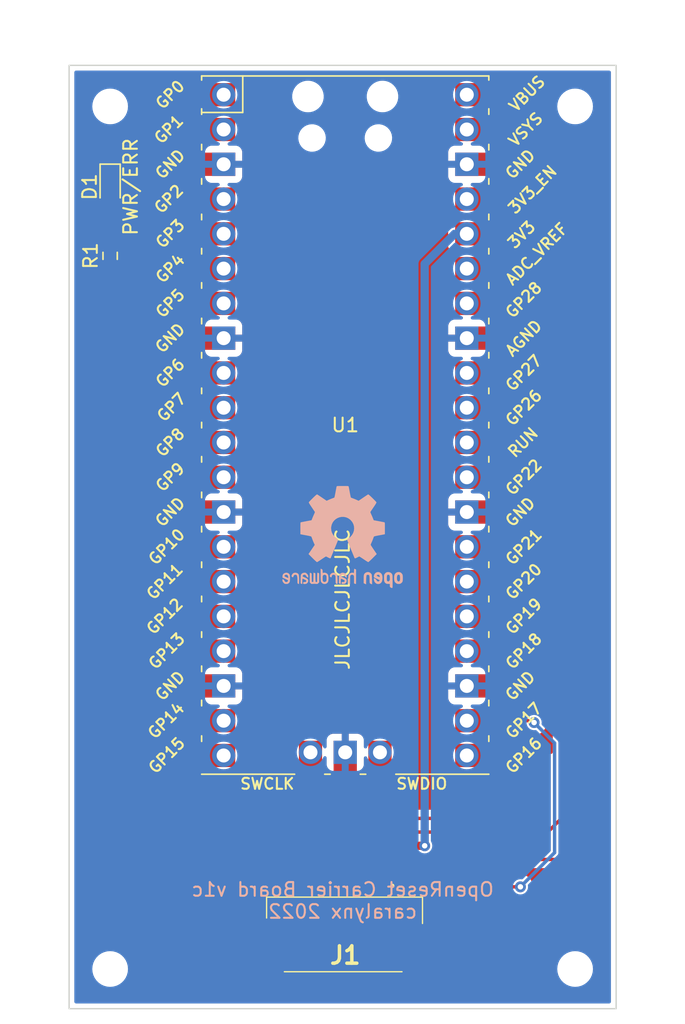
<source format=kicad_pcb>
(kicad_pcb (version 20211014) (generator pcbnew)
  (title_block (title "OpenReset Carrier Board") (date "2022-03-20") (rev "v1b") (company "cyanic"))
  (layers (0 "F.Cu" signal) (31 "B.Cu" signal) (34 "B.Paste" user) (35 "F.Paste" user) (36 "B.SilkS" user "B.Silkscreen") (37 "F.SilkS" user "F.Silkscreen") (38 "B.Mask" user) (39 "F.Mask" user) (44 "Edge.Cuts" user))
  (net 0 "")
  (net 1 "Net-(U1-Pad6)")
  (net 2 "GND")
  (net 4 "Net-(J1-PadP2)")
  (net 5 "Net-(J1-PadP3)")
  (net 6 "VDD")
  (net 7 "Net-(J1-PadP5)")
  (net 8 "Net-(J1-PadP7)")
  (net 37 "Net-(J1-PadG4)")
  (net 38 "Net-(R1-Pad2)")
  (footprint "MountingHole:MountingHole_2.1mm" (layer "F.Cu") (at 164 125)
    (fp_text reference "REF**" hide)
    (fp_text value "MountingHole_2.1mm")
    (pad "" np_thru_hole circle (at 0 0) (size 2.1 2.1) (drill 2.1) (layers *.Cu *.Mask))
  )
  (footprint "MountingHole:MountingHole_2.1mm" (layer "F.Cu") (at 130 125)
    (fp_text reference "REF**" hide)
    (fp_text value "MountingHole_2.1mm")
    (pad "" np_thru_hole circle (at 0 0) (size 2.1 2.1) (drill 2.1) (layers *.Cu *.Mask))
  )
  (footprint "Library:RPi_Pico_SMD_TH" (layer "F.Cu") (at 147.19 85.275)
    (fp_text reference "U1" (at 0 0) (layer "F.SilkS"))
    (fp_text value "Pico")
    (fp_text user "GP1" (at -12.9 -21.6 45) (layer "F.SilkS") (effects (font (size 0.8 0.8))))
    (fp_text user "SWDIO" (at 5.6 26.2) (layer "F.SilkS") (effects (font (size 0.8 0.8))))
    (fp_text user "AGND" (at 13.054 -6.35 45) (layer "F.SilkS") (effects (font (size 0.8 0.8))))
    (fp_text user "GP12" (at -13.2 13.97 45) (layer "F.SilkS") (effects (font (size 0.8 0.8))))
    (fp_text user "GP20" (at 13.054 11.43 45) (layer "F.SilkS") (effects (font (size 0.8 0.8))))
    (fp_text user "VSYS" (at 13.2 -21.59 45) (layer "F.SilkS") (effects (font (size 0.8 0.8))))
    (fp_text user "3V3" (at 12.9 -13.9 45) (layer "F.SilkS") (effects (font (size 0.8 0.8))))
    (fp_text user "GP16" (at 13.054 24.13 45) (layer "F.SilkS") (effects (font (size 0.8 0.8))))
    (fp_text user "GP6" (at -12.8 -3.81 45) (layer "F.SilkS") (effects (font (size 0.8 0.8))))
    (fp_text user "GP8" (at -12.8 1.27 45) (layer "F.SilkS") (effects (font (size 0.8 0.8))))
    (fp_text user "RUN" (at 13 1.27 45) (layer "F.SilkS") (effects (font (size 0.8 0.8))))
    (fp_text user "GP27" (at 13.054 -3.8 45) (layer "F.SilkS") (effects (font (size 0.8 0.8))))
    (fp_text user "GP19" (at 13.054 13.97 45) (layer "F.SilkS") (effects (font (size 0.8 0.8))))
    (fp_text user "GP7" (at -12.7 -1.3 45) (layer "F.SilkS") (effects (font (size 0.8 0.8))))
    (fp_text user "GP18" (at 13.054 16.51 45) (layer "F.SilkS") (effects (font (size 0.8 0.8))))
    (fp_text user "VBUS" (at 13.3 -24.2 45) (layer "F.SilkS") (effects (font (size 0.8 0.8))))
    (fp_text user "GP2" (at -12.9 -16.51 45) (layer "F.SilkS") (effects (font (size 0.8 0.8))))
    (fp_text user "GP15" (at -13.054 24.13 45) (layer "F.SilkS") (effects (font (size 0.8 0.8))))
    (fp_text user "GP26" (at 13.054 -1.27 45) (layer "F.SilkS") (effects (font (size 0.8 0.8))))
    (fp_text user "3V3_EN" (at 13.7 -17.2 45) (layer "F.SilkS") (effects (font (size 0.8 0.8))))
    (fp_text user "ADC_VREF" (at 14 -12.5 45) (layer "F.SilkS") (effects (font (size 0.8 0.8))))
    (fp_text user "GND" (at 12.8 -19.05 45) (layer "F.SilkS") (effects (font (size 0.8 0.8))))
    (fp_text user "GP9" (at -12.8 3.81 45) (layer "F.SilkS") (effects (font (size 0.8 0.8))))
    (fp_text user "GND" (at -12.8 6.35 45) (layer "F.SilkS") (effects (font (size 0.8 0.8))))
    (fp_text user "GP13" (at -13.054 16.51 45) (layer "F.SilkS") (effects (font (size 0.8 0.8))))
    (fp_text user "GP11" (at -13.2 11.43 45) (layer "F.SilkS") (effects (font (size 0.8 0.8))))
    (fp_text user "GP5" (at -12.8 -8.89 45) (layer "F.SilkS") (effects (font (size 0.8 0.8))))
    (fp_text user "GP0" (at -12.8 -24.13 45) (layer "F.SilkS") (effects (font (size 0.8 0.8))))
    (fp_text user "GP10" (at -13.054 8.89 45) (layer "F.SilkS") (effects (font (size 0.8 0.8))))
    (fp_text user "GP28" (at 13.054 -9.144 45) (layer "F.SilkS") (effects (font (size 0.8 0.8))))
    (fp_text user "GND" (at -12.8 19.05 45) (layer "F.SilkS") (effects (font (size 0.8 0.8))))
    (fp_text user "GP4" (at -12.8 -11.43 45) (layer "F.SilkS") (effects (font (size 0.8 0.8))))
    (fp_text user "GP3" (at -12.8 -13.97 45) (layer "F.SilkS") (effects (font (size 0.8 0.8))))
    (fp_text user "GP14" (at -13.1 21.59 45) (layer "F.SilkS") (effects (font (size 0.8 0.8))))
    (fp_text user "GND" (at 12.8 6.35 45) (layer "F.SilkS") (effects (font (size 0.8 0.8))))
    (fp_text user "GND" (at -12.8 -19.05 45) (layer "F.SilkS") (effects (font (size 0.8 0.8))))
    (fp_text user "GP21" (at 13.054 8.9 45) (layer "F.SilkS") (effects (font (size 0.8 0.8))))
    (fp_text user "GND" (at 12.8 19.05 45) (layer "F.SilkS") (effects (font (size 0.8 0.8))))
    (fp_text user "GP22" (at 13.054 3.81 45) (layer "F.SilkS") (effects (font (size 0.8 0.8))))
    (fp_text user "GND" (at -12.8 -6.35 45) (layer "F.SilkS") (effects (font (size 0.8 0.8))))
    (fp_text user "SWCLK" (at -5.7 26.2) (layer "F.SilkS") (effects (font (size 0.8 0.8))))
    (fp_text user "GP17" (at 13.054 21.59 45) (layer "F.SilkS") (effects (font (size 0.8 0.8))))
    (pad "" np_thru_hole oval (at -2.725 -24) (size 1.8 1.8) (drill 1.8) (layers *.Cu *.Mask))
    (pad "" np_thru_hole oval (at 2.425 -20.97) (size 1.5 1.5) (drill 1.5) (layers *.Cu *.Mask))
    (pad "" np_thru_hole oval (at 2.725 -24) (size 1.8 1.8) (drill 1.8) (layers *.Cu *.Mask))
    (pad "" np_thru_hole oval (at -2.425 -20.97) (size 1.5 1.5) (drill 1.5) (layers *.Cu *.Mask))
    (pad "1" thru_hole oval (at -8.89 -24.13) (size 1.7 1.7) (drill 1.02) (layers *.Cu *.Mask))
    (pad "1" smd rect (at -8.89 -24.13) (size 3.5 1.7) (drill (offset -0.9 0)) (layers "F.Cu" "F.Mask"))
    (pad "2" thru_hole oval (at -8.89 -21.59) (size 1.7 1.7) (drill 1.02) (layers *.Cu *.Mask))
    (pad "2" smd rect (at -8.89 -21.59) (size 3.5 1.7) (drill (offset -0.9 0)) (layers "F.Cu" "F.Mask"))
    (pad "3" smd rect (at -8.89 -19.05) (size 3.5 1.7) (drill (offset -0.9 0)) (layers "F.Cu" "F.Mask") (net 2 "GND"))
    (pad "3" thru_hole rect (at -8.89 -19.05) (size 1.7 1.7) (drill 1.02) (layers *.Cu *.Mask) (net 2 "GND"))
    (pad "4" smd rect (at -8.89 -16.51) (size 3.5 1.7) (drill (offset -0.9 0)) (layers "F.Cu" "F.Mask"))
    (pad "4" thru_hole oval (at -8.89 -16.51) (size 1.7 1.7) (drill 1.02) (layers *.Cu *.Mask))
    (pad "5" smd rect (at -8.89 -13.97) (size 3.5 1.7) (drill (offset -0.9 0)) (layers "F.Cu" "F.Mask"))
    (pad "5" thru_hole oval (at -8.89 -13.97) (size 1.7 1.7) (drill 1.02) (layers *.Cu *.Mask))
    (pad "6" thru_hole oval (at -8.89 -11.43) (size 1.7 1.7) (drill 1.02) (layers *.Cu *.Mask) (net 1 "Net-(U1-Pad6)"))
    (pad "6" smd rect (at -8.89 -11.43) (size 3.5 1.7) (drill (offset -0.9 0)) (layers "F.Cu" "F.Mask") (net 1 "Net-(U1-Pad6)"))
    (pad "7" smd rect (at -8.89 -8.89) (size 3.5 1.7) (drill (offset -0.9 0)) (layers "F.Cu" "F.Mask"))
    (pad "7" thru_hole oval (at -8.89 -8.89) (size 1.7 1.7) (drill 1.02) (layers *.Cu *.Mask))
    (pad "8" thru_hole rect (at -8.89 -6.35) (size 1.7 1.7) (drill 1.02) (layers *.Cu *.Mask) (net 2 "GND"))
    (pad "8" smd rect (at -8.89 -6.35) (size 3.5 1.7) (drill (offset -0.9 0)) (layers "F.Cu" "F.Mask") (net 2 "GND"))
    (pad "9" smd rect (at -8.89 -3.81) (size 3.5 1.7) (drill (offset -0.9 0)) (layers "F.Cu" "F.Mask"))
    (pad "9" thru_hole oval (at -8.89 -3.81) (size 1.7 1.7) (drill 1.02) (layers *.Cu *.Mask))
    (pad "10" thru_hole oval (at -8.89 -1.27) (size 1.7 1.7) (drill 1.02) (layers *.Cu *.Mask))
    (pad "10" smd rect (at -8.89 -1.27) (size 3.5 1.7) (drill (offset -0.9 0)) (layers "F.Cu" "F.Mask"))
    (pad "11" thru_hole oval (at -8.89 1.27) (size 1.7 1.7) (drill 1.02) (layers *.Cu *.Mask))
    (pad "11" smd rect (at -8.89 1.27) (size 3.5 1.7) (drill (offset -0.9 0)) (layers "F.Cu" "F.Mask"))
    (pad "12" thru_hole oval (at -8.89 3.81) (size 1.7 1.7) (drill 1.02) (layers *.Cu *.Mask))
    (pad "12" smd rect (at -8.89 3.81) (size 3.5 1.7) (drill (offset -0.9 0)) (layers "F.Cu" "F.Mask"))
    (pad "13" thru_hole rect (at -8.89 6.35) (size 1.7 1.7) (drill 1.02) (layers *.Cu *.Mask) (net 2 "GND"))
    (pad "13" smd rect (at -8.89 6.35) (size 3.5 1.7) (drill (offset -0.9 0)) (layers "F.Cu" "F.Mask") (net 2 "GND"))
    (pad "14" smd rect (at -8.89 8.89) (size 3.5 1.7) (drill (offset -0.9 0)) (layers "F.Cu" "F.Mask"))
    (pad "14" thru_hole oval (at -8.89 8.89) (size 1.7 1.7) (drill 1.02) (layers *.Cu *.Mask))
    (pad "15" smd rect (at -8.89 11.43) (size 3.5 1.7) (drill (offset -0.9 0)) (layers "F.Cu" "F.Mask"))
    (pad "15" thru_hole oval (at -8.89 11.43) (size 1.7 1.7) (drill 1.02) (layers *.Cu *.Mask))
    (pad "16" smd rect (at -8.89 13.97) (size 3.5 1.7) (drill (offset -0.9 0)) (layers "F.Cu" "F.Mask"))
    (pad "16" thru_hole oval (at -8.89 13.97) (size 1.7 1.7) (drill 1.02) (layers *.Cu *.Mask))
    (pad "17" smd rect (at -8.89 16.51) (size 3.5 1.7) (drill (offset -0.9 0)) (layers "F.Cu" "F.Mask"))
    (pad "17" thru_hole oval (at -8.89 16.51) (size 1.7 1.7) (drill 1.02) (layers *.Cu *.Mask))
    (pad "18" smd rect (at -8.89 19.05) (size 3.5 1.7) (drill (offset -0.9 0)) (layers "F.Cu" "F.Mask") (net 2 "GND"))
    (pad "18" thru_hole rect (at -8.89 19.05) (size 1.7 1.7) (drill 1.02) (layers *.Cu *.Mask) (net 2 "GND"))
    (pad "19" thru_hole oval (at -8.89 21.59) (size 1.7 1.7) (drill 1.02) (layers *.Cu *.Mask))
    (pad "19" smd rect (at -8.89 21.59) (size 3.5 1.7) (drill (offset -0.9 0)) (layers "F.Cu" "F.Mask"))
    (pad "20" smd rect (at -8.89 24.13) (size 3.5 1.7) (drill (offset -0.9 0)) (layers "F.Cu" "F.Mask"))
    (pad "20" thru_hole oval (at -8.89 24.13) (size 1.7 1.7) (drill 1.02) (layers *.Cu *.Mask))
    (pad "21" smd rect (at 8.89 24.13) (size 3.5 1.7) (drill (offset 0.9 0)) (layers "F.Cu" "F.Mask") (net 8 "Net-(J1-PadP7)"))
    (pad "21" thru_hole oval (at 8.89 24.13) (size 1.7 1.7) (drill 1.02) (layers *.Cu *.Mask) (net 8 "Net-(J1-PadP7)"))
    (pad "22" thru_hole oval (at 8.89 21.59) (size 1.7 1.7) (drill 1.02) (layers *.Cu *.Mask) (net 4 "Net-(J1-PadP2)"))
    (pad "22" smd rect (at 8.89 21.59) (size 3.5 1.7) (drill (offset 0.9 0)) (layers "F.Cu" "F.Mask") (net 4 "Net-(J1-PadP2)"))
    (pad "23" smd rect (at 8.89 19.05) (size 3.5 1.7) (drill (offset 0.9 0)) (layers "F.Cu" "F.Mask") (net 2 "GND"))
    (pad "23" thru_hole rect (at 8.89 19.05) (size 1.7 1.7) (drill 1.02) (layers *.Cu *.Mask) (net 2 "GND"))
    (pad "24" smd rect (at 8.89 16.51) (size 3.5 1.7) (drill (offset 0.9 0)) (layers "F.Cu" "F.Mask") (net 7 "Net-(J1-PadP5)"))
    (pad "24" thru_hole oval (at 8.89 16.51) (size 1.7 1.7) (drill 1.02) (layers *.Cu *.Mask) (net 7 "Net-(J1-PadP5)"))
    (pad "25" smd rect (at 8.89 13.97) (size 3.5 1.7) (drill (offset 0.9 0)) (layers "F.Cu" "F.Mask") (net 5 "Net-(J1-PadP3)"))
    (pad "25" thru_hole oval (at 8.89 13.97) (size 1.7 1.7) (drill 1.02) (layers *.Cu *.Mask) (net 5 "Net-(J1-PadP3)"))
    (pad "26" smd rect (at 8.89 11.43) (size 3.5 1.7) (drill (offset 0.9 0)) (layers "F.Cu" "F.Mask") (net 37 "Net-(J1-PadG4)"))
    (pad "26" thru_hole oval (at 8.89 11.43) (size 1.7 1.7) (drill 1.02) (layers *.Cu *.Mask) (net 37 "Net-(J1-PadG4)"))
    (pad "27" thru_hole oval (at 8.89 8.89) (size 1.7 1.7) (drill 1.02) (layers *.Cu *.Mask))
    (pad "27" smd rect (at 8.89 8.89) (size 3.5 1.7) (drill (offset 0.9 0)) (layers "F.Cu" "F.Mask"))
    (pad "28" thru_hole rect (at 8.89 6.35) (size 1.7 1.7) (drill 1.02) (layers *.Cu *.Mask) (net 2 "GND"))
    (pad "28" smd rect (at 8.89 6.35) (size 3.5 1.7) (drill (offset 0.9 0)) (layers "F.Cu" "F.Mask") (net 2 "GND"))
    (pad "29" smd rect (at 8.89 3.81) (size 3.5 1.7) (drill (offset 0.9 0)) (layers "F.Cu" "F.Mask"))
    (pad "29" thru_hole oval (at 8.89 3.81) (size 1.7 1.7) (drill 1.02) (layers *.Cu *.Mask))
    (pad "30" smd rect (at 8.89 1.27) (size 3.5 1.7) (drill (offset 0.9 0)) (layers "F.Cu" "F.Mask"))
    (pad "30" thru_hole oval (at 8.89 1.27) (size 1.7 1.7) (drill 1.02) (layers *.Cu *.Mask))
    (pad "31" smd rect (at 8.89 -1.27) (size 3.5 1.7) (drill (offset 0.9 0)) (layers "F.Cu" "F.Mask"))
    (pad "31" thru_hole oval (at 8.89 -1.27) (size 1.7 1.7) (drill 1.02) (layers *.Cu *.Mask))
    (pad "32" thru_hole oval (at 8.89 -3.81) (size 1.7 1.7) (drill 1.02) (layers *.Cu *.Mask))
    (pad "32" smd rect (at 8.89 -3.81) (size 3.5 1.7) (drill (offset 0.9 0)) (layers "F.Cu" "F.Mask"))
    (pad "33" smd rect (at 8.89 -6.35) (size 3.5 1.7) (drill (offset 0.9 0)) (layers "F.Cu" "F.Mask") (net 2 "GND"))
    (pad "33" thru_hole rect (at 8.89 -6.35) (size 1.7 1.7) (drill 1.02) (layers *.Cu *.Mask) (net 2 "GND"))
    (pad "34" smd rect (at 8.89 -8.89) (size 3.5 1.7) (drill (offset 0.9 0)) (layers "F.Cu" "F.Mask"))
    (pad "34" thru_hole oval (at 8.89 -8.89) (size 1.7 1.7) (drill 1.02) (layers *.Cu *.Mask))
    (pad "35" smd rect (at 8.89 -11.43) (size 3.5 1.7) (drill (offset 0.9 0)) (layers "F.Cu" "F.Mask"))
    (pad "35" thru_hole oval (at 8.89 -11.43) (size 1.7 1.7) (drill 1.02) (layers *.Cu *.Mask))
    (pad "36" smd rect (at 8.89 -13.97) (size 3.5 1.7) (drill (offset 0.9 0)) (layers "F.Cu" "F.Mask") (net 6 "VDD"))
    (pad "36" thru_hole oval (at 8.89 -13.97) (size 1.7 1.7) (drill 1.02) (layers *.Cu *.Mask) (net 6 "VDD"))
    (pad "37" thru_hole oval (at 8.89 -16.51) (size 1.7 1.7) (drill 1.02) (layers *.Cu *.Mask))
    (pad "37" smd rect (at 8.89 -16.51) (size 3.5 1.7) (drill (offset 0.9 0)) (layers "F.Cu" "F.Mask"))
    (pad "38" smd rect (at 8.89 -19.05) (size 3.5 1.7) (drill (offset 0.9 0)) (layers "F.Cu" "F.Mask") (net 2 "GND"))
    (pad "38" thru_hole rect (at 8.89 -19.05) (size 1.7 1.7) (drill 1.02) (layers *.Cu *.Mask) (net 2 "GND"))
    (pad "39" thru_hole oval (at 8.89 -21.59) (size 1.7 1.7) (drill 1.02) (layers *.Cu *.Mask))
    (pad "39" smd rect (at 8.89 -21.59) (size 3.5 1.7) (drill (offset 0.9 0)) (layers "F.Cu" "F.Mask"))
    (pad "40" thru_hole oval (at 8.89 -24.13) (size 1.7 1.7) (drill 1.02) (layers *.Cu *.Mask))
    (pad "40" smd rect (at 8.89 -24.13) (size 3.5 1.7) (drill (offset 0.9 0)) (layers "F.Cu" "F.Mask"))
    (pad "41" thru_hole oval (at -2.54 23.9) (size 1.7 1.7) (drill 1.02) (layers *.Cu *.Mask))
    (pad "41" smd rect (at -2.54 23.9 90) (size 3.5 1.7) (drill (offset -0.9 0)) (layers "F.Cu" "F.Mask"))
    (pad "42" thru_hole rect (at 0 23.9) (size 1.7 1.7) (drill 1.02) (layers *.Cu *.Mask) (net 2 "GND"))
    (pad "42" smd rect (at 0 23.9 90) (size 3.5 1.7) (drill (offset -0.9 0)) (layers "F.Cu" "F.Mask") (net 2 "GND"))
    (pad "43" smd rect (at 2.54 23.9 90) (size 3.5 1.7) (drill (offset -0.9 0)) (layers "F.Cu" "F.Mask"))
    (pad "43" thru_hole oval (at 2.54 23.9) (size 1.7 1.7) (drill 1.02) (layers *.Cu *.Mask))
  )
  (footprint "MountingHole:MountingHole_2.1mm" (layer "F.Cu") (at 164 62)
    (fp_text reference "REF**" hide)
    (fp_text value "MountingHole_2.1mm")
    (pad "" np_thru_hole circle (at 0 0) (size 2.1 2.1) (drill 2.1) (layers *.Cu *.Mask))
  )
  (footprint "MountingHole:MountingHole_2.1mm" (layer "F.Cu") (at 130 62)
    (fp_text reference "REF**" hide)
    (fp_text value "MountingHole_2.1mm")
    (pad "" np_thru_hole circle (at 0 0) (size 2.1 2.1) (drill 2.1) (layers *.Cu *.Mask))
  )
  (footprint "Library:R_0603_1608Metric_Pad0.98x0.95mm_HandSolder" (layer "F.Cu") (at 130 72.9125 90)
    (fp_text reference "R1" (at 0 -1.43 90) (layer "F.SilkS"))
    (fp_text value "330R")
    (pad "1" smd roundrect (at -0.9125 0 90) (size 0.975 0.95) (layers "F.Cu" "F.Paste" "F.Mask") (net 1 "Net-(U1-Pad6)"))
    (pad "2" smd roundrect (at 0.9125 0 90) (size 0.975 0.95) (layers "F.Cu" "F.Paste" "F.Mask") (net 38 "Net-(R1-Pad2)"))
  )
  (footprint "Library:LED_0603_1608Metric_Pad1.05x0.95mm_HandSolder" (layer "F.Cu") (at 130 67.875 -90)
    (fp_text reference "D1" (at 0 1.5 90) (layer "F.SilkS"))
    (fp_text value "RED")
    (fp_text user "PWR/ERR" (at 0 -1.5 90 unlocked) (layer "F.SilkS"))
    (pad "1" smd roundrect (at -0.875 0 270) (size 1.05 0.95) (layers "F.Cu" "F.Paste" "F.Mask") (net 2 "GND"))
    (pad "2" smd roundrect (at 0.875 0 270) (size 1.05 0.95) (layers "F.Cu" "F.Paste" "F.Mask") (net 38 "Net-(R1-Pad2)"))
  )
  (footprint "carrier_board:cyanic_logo" (layer "F.Cu") (at 136 122)
    (fp_text reference "G***" hide)
    (fp_text value "LOGO" hide)
  )
  (footprint "Library:475710001" (layer "F.Cu") (at 147.14 122.5)
    (fp_text reference "J1" (at 0.05 1.5) (layer "F.SilkS") (effects (font (size 1.27 1.27) (thickness 0.254))))
    (fp_text value "47571-0001" hide)
    (pad "G1" smd rect (at -5.225 -0.39) (size 1.15 1.2) (layers "F.Cu" "F.Paste" "F.Mask") (net 2 "GND"))
    (pad "G2" smd rect (at -5.225 2.2) (size 1.15 1.2) (layers "F.Cu" "F.Paste" "F.Mask") (net 2 "GND"))
    (pad "G3" smd rect (at 5.175 0.05 90) (size 1.2 1.45) (layers "F.Cu" "F.Paste" "F.Mask") (net 2 "GND"))
    (pad "G4" smd rect (at 5.4 1.2 90) (size 0.7 1) (layers "F.Cu" "F.Paste" "F.Mask") (net 37 "Net-(J1-PadG4)"))
    (pad "G5" smd rect (at 5.2 2.35 90) (size 0.9 1.4) (layers "F.Cu" "F.Paste" "F.Mask") (net 2 "GND"))
    (pad "P1" smd rect (at 3.55 -1.44) (size 0.7 1) (layers "F.Cu" "F.Paste" "F.Mask"))
    (pad "P2" smd rect (at 2.45 -1.44) (size 0.7 1) (layers "F.Cu" "F.Paste" "F.Mask") (net 4 "Net-(J1-PadP2)"))
    (pad "P3" smd rect (at 1.35 -1.44) (size 0.7 1) (layers "F.Cu" "F.Paste" "F.Mask") (net 5 "Net-(J1-PadP3)"))
    (pad "P4" smd rect (at 0.25 -1.44) (size 0.7 1) (layers "F.Cu" "F.Paste" "F.Mask") (net 6 "VDD"))
    (pad "P5" smd rect (at -0.85 -1.44) (size 0.7 1) (layers "F.Cu" "F.Paste" "F.Mask") (net 7 "Net-(J1-PadP5)"))
    (pad "P6" smd rect (at -1.95 -1.44) (size 0.7 1) (layers "F.Cu" "F.Paste" "F.Mask") (net 2 "GND"))
    (pad "P7" smd rect (at -3.05 -1.44) (size 0.7 1) (layers "F.Cu" "F.Paste" "F.Mask") (net 8 "Net-(J1-PadP7)"))
    (pad "P8" smd rect (at -4.15 -1.44) (size 0.7 1) (layers "F.Cu" "F.Paste" "F.Mask"))
  )
  (footprint "Symbol:OSHW-Logo2_9.8x8mm_SilkScreen" (layer "B.Cu") (at 147 93.440943 180)
    (fp_text reference "REF**" hide)
    (fp_text value "OSHW-Logo2_9.8x8mm_SilkScreen" hide)
  )
  (gr_rect (start 127 59) (end 167 127.9) (layer "Edge.Cuts") (width 0.1) (fill none))
  (gr_text "OpenReset Carrier Board v1c\ncaralynx 2022" (at 147 120) (layer "B.SilkS") (effects (font (size 1 1)) (justify mirror)))
  (gr_text "JLCJLCJLCJLC" (at 147 98 90) (layer "F.SilkS") (effects (font (size 1 1))))
  (segment (start 138.3 73.845) (end 130.02 73.845) (width 0.25) (layer "F.Cu") (net 1))
  (segment (start 130.02 73.845) (end 130 73.825) (width 0.25) (layer "F.Cu") (net 1))
  (segment (start 130.0575 73.845) (end 130 73.7875) (width 0.25) (layer "F.Cu") (net 1))
  (segment (start 156.08 106.865) (end 160.865 106.865) (width 0.25) (layer "F.Cu") (net 4))
  (segment (start 160.865 106.865) (end 161 107) (width 0.25) (layer "F.Cu") (net 4))
  (segment (start 150.9 119) (end 160 119) (width 0.25) (layer "F.Cu") (net 4))
  (segment (start 149.59 121.06) (end 149.59 120.31) (width 0.25) (layer "F.Cu") (net 4))
  (segment (start 149.59 120.31) (end 150.9 119) (width 0.25) (layer "F.Cu") (net 4))
  (via (at 160 119) (size 0.8) (drill 0.4) (layers "F.Cu" "B.Cu") (net 4))
  (via (at 161 107) (size 0.8) (drill 0.4) (layers "F.Cu" "B.Cu") (net 4))
  (segment (start 160 119) (end 162.5 116.5) (width 0.25) (layer "B.Cu") (net 4))
  (segment (start 162.5 108.5) (end 161 107) (width 0.25) (layer "B.Cu") (net 4))
  (segment (start 162.5 116.5) (end 162.5 108.5) (width 0.25) (layer "B.Cu") (net 4))
  (segment (start 163 117) (end 164 116) (width 0.25) (layer "F.Cu") (net 5))
  (segment (start 162.245 99.245) (end 164 101) (width 0.25) (layer "F.Cu") (net 5))
  (segment (start 148.49 120.31) (end 151.8 117) (width 0.25) (layer "F.Cu") (net 5))
  (segment (start 148.49 121.06) (end 148.49 120.31) (width 0.25) (layer "F.Cu") (net 5))
  (segment (start 156.08 99.245) (end 162.245 99.245) (width 0.25) (layer "F.Cu") (net 5))
  (segment (start 151.8 117) (end 163 117) (width 0.25) (layer "F.Cu") (net 5))
  (segment (start 164 116) (end 164 101) (width 0.25) (layer "F.Cu") (net 5))
  (segment (start 147.39 121.06) (end 147.39 119.96) (width 0.6) (layer "F.Cu") (net 6))
  (segment (start 147.39 119.96) (end 151.35 116) (width 0.6) (layer "F.Cu") (net 6))
  (segment (start 151.35 116) (end 153 116) (width 0.6) (layer "F.Cu") (net 6))
  (via (at 153 116) (size 0.8) (drill 0.4) (layers "F.Cu" "B.Cu") (net 6))
  (segment (start 155.195 71.305) (end 156.08 71.305) (width 0.6) (layer "B.Cu") (net 6))
  (segment (start 153 73.5) (end 155.195 71.305) (width 0.6) (layer "B.Cu") (net 6))
  (segment (start 153 116) (end 153 73.5) (width 0.6) (layer "B.Cu") (net 6))
  (segment (start 161.785 101.785) (end 156.08 101.785) (width 0.25) (layer "F.Cu") (net 7))
  (segment (start 151 115) (end 162 115) (width 0.25) (layer "F.Cu") (net 7))
  (segment (start 163 114) (end 163 103) (width 0.25) (layer "F.Cu") (net 7))
  (segment (start 146.29 119.71) (end 151 115) (width 0.25) (layer "F.Cu") (net 7))
  (segment (start 146.29 121.06) (end 146.29 119.71) (width 0.25) (layer "F.Cu") (net 7))
  (segment (start 163 103) (end 161.785 101.785) (width 0.25) (layer "F.Cu") (net 7))
  (segment (start 162 115) (end 163 114) (width 0.25) (layer "F.Cu") (net 7))
  (segment (start 161 114) (end 162 113) (width 0.25) (layer "F.Cu") (net 8))
  (segment (start 161.405 109.405) (end 156.08 109.405) (width 0.25) (layer "F.Cu") (net 8))
  (segment (start 162 113) (end 162 110) (width 0.25) (layer "F.Cu") (net 8))
  (segment (start 162 110) (end 161.405 109.405) (width 0.25) (layer "F.Cu") (net 8))
  (segment (start 144.09 120.31) (end 150.4 114) (width 0.25) (layer "F.Cu") (net 8))
  (segment (start 144.09 121.06) (end 144.09 120.31) (width 0.25) (layer "F.Cu") (net 8))
  (segment (start 150.4 114) (end 161 114) (width 0.25) (layer "F.Cu") (net 8))
  (segment (start 152.54 123.7) (end 159.3 123.7) (width 0.25) (layer "F.Cu") (net 37))
  (segment (start 165 98.41) (end 165 118) (width 0.25) (layer "F.Cu") (net 37))
  (segment (start 163.295 96.705) (end 156.08 96.705) (width 0.25) (layer "F.Cu") (net 37))
  (segment (start 163.295 96.705) (end 165 98.41) (width 0.25) (layer "F.Cu") (net 37))
  (segment (start 159.3 123.7) (end 165 118) (width 0.25) (layer "F.Cu") (net 37))
  (segment (start 130 72) (end 130 68.75) (width 0.25) (layer "F.Cu") (net 38))
  (zone (net 0) (net_name "") (layer "F.Cu") (connect_pads (clearance 0)) (min_thickness 0.254)
    (keepout (tracks not_allowed) (vias not_allowed) (pads not_allowed) (copperpour not_allowed) (footprints allowed))
    (fill (thermal_gap 0.508) (thermal_bridge_width 0.508))
    (polygon (pts (xy 145.8 68.9) (xy 143.6 68.9) (xy 143.6 66.7) (xy 145.8 66.7)))
  )
  (zone (net 0) (net_name "") (layer "F.Cu") (connect_pads (clearance 0)) (min_thickness 0.254)
    (keepout (tracks not_allowed) (vias not_allowed) (pads not_allowed) (copperpour not_allowed) (footprints allowed))
    (fill (thermal_gap 0.508) (thermal_bridge_width 0.508))
    (polygon (pts (xy 145.8 73.9) (xy 143.6 73.9) (xy 143.6 71.7) (xy 145.8 71.7)))
  )
  (zone (net 2) (net_name "GND") (layer "F.Cu") (connect_pads (clearance 0.508)) (min_thickness 0.254) (fill yes (thermal_gap 0.508) (thermal_bridge_width 0.508))
    (polygon (pts (xy 166.999999 128) (xy 127 128) (xy 127 59) (xy 166.999999 59)))
  )
  (zone (net 0) (net_name "") (layer "F.Cu") (connect_pads (clearance 0)) (min_thickness 0.254)
    (keepout (tracks not_allowed) (vias not_allowed) (pads not_allowed) (copperpour not_allowed) (footprints allowed))
    (fill (thermal_gap 0.508) (thermal_bridge_width 0.508))
    (polygon (pts (xy 151 65.2) (xy 143.4 65.2) (xy 143.4 60.3) (xy 151 60.3)))
  )
  (zone (net 0) (net_name "") (layer "F.Cu") (connect_pads (clearance 0)) (min_thickness 0.254)
    (keepout (tracks not_allowed) (vias not_allowed) (pads not_allowed) (copperpour not_allowed) (footprints allowed))
    (fill (thermal_gap 0.508) (thermal_bridge_width 0.508))
    (polygon (pts (xy 145.8 71.4) (xy 143.6 71.4) (xy 143.6 69.2) (xy 145.8 69.2)))
  )
  (zone (net 2) (net_name "GND") (layer "B.Cu") (connect_pads (clearance 0)) (min_thickness 0.254) (fill yes (thermal_gap 0.508) (thermal_bridge_width 0.508))
    (polygon (pts (xy 167 128) (xy 127 128) (xy 127 59) (xy 167 59)))
  )
)
</source>
